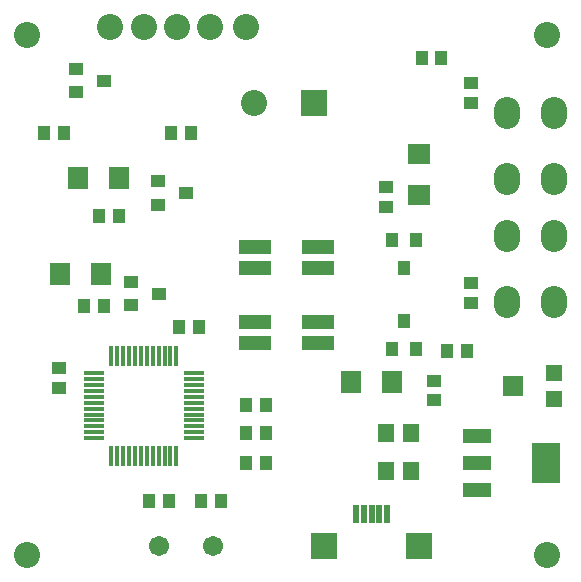
<source format=gbr>
%TF.GenerationSoftware,Altium Limited,Altium Designer,21.2.1 (34)*%
G04 Layer_Color=16711935*
%FSLAX25Y25*%
%MOIN*%
%TF.SameCoordinates,9F7D5B0E-9DD4-4BF0-BF89-A6B7BC673C6C*%
%TF.FilePolarity,Negative*%
%TF.FileFunction,Soldermask,Bot*%
%TF.Part,Single*%
G01*
G75*
%TA.AperFunction,SMDPad,CuDef*%
%ADD45R,0.04540X0.03950*%
%ADD46R,0.03950X0.04540*%
%ADD47R,0.03950X0.04737*%
%ADD48R,0.06800X0.07800*%
%ADD49R,0.07800X0.06800*%
%ADD50R,0.06506X0.01781*%
%ADD51R,0.04737X0.03950*%
%ADD52R,0.01781X0.06506*%
%ADD53R,0.05300X0.06200*%
%ADD54R,0.08674X0.08674*%
%ADD55R,0.02375X0.06312*%
%ADD56R,0.09265X0.04737*%
%ADD57R,0.09265X0.13792*%
%ADD58R,0.07099X0.07099*%
%ADD59R,0.05524X0.05524*%
%ADD60R,0.10642X0.04737*%
%TA.AperFunction,ComponentPad*%
%ADD61O,0.08674X0.10642*%
%ADD62R,0.08674X0.08674*%
%ADD63C,0.08674*%
%ADD64C,0.06706*%
%TA.AperFunction,ViaPad*%
%ADD65C,0.08674*%
D45*
X37500Y170000D02*
D03*
X28051Y173937D02*
D03*
Y166063D02*
D03*
X56000Y99000D02*
D03*
X46551Y102937D02*
D03*
Y95063D02*
D03*
X65000Y132500D02*
D03*
X55551Y136437D02*
D03*
Y128563D02*
D03*
D46*
X137437Y89949D02*
D03*
X133500Y80500D02*
D03*
X141374D02*
D03*
X137500Y107500D02*
D03*
X141437Y116949D02*
D03*
X133563D02*
D03*
D47*
X91594Y62000D02*
D03*
X85000D02*
D03*
X37500Y95000D02*
D03*
X30906D02*
D03*
X42500Y125000D02*
D03*
X24094Y152500D02*
D03*
X35906Y125000D02*
D03*
X62500Y88000D02*
D03*
X69095D02*
D03*
X59095Y30000D02*
D03*
X52500D02*
D03*
X17500Y152500D02*
D03*
X91594Y52500D02*
D03*
X85000D02*
D03*
X91594Y42500D02*
D03*
X85000D02*
D03*
X70000Y30000D02*
D03*
X76595D02*
D03*
X60000Y152500D02*
D03*
X66594D02*
D03*
X143405Y177500D02*
D03*
X150000D02*
D03*
X158595Y80000D02*
D03*
X152000D02*
D03*
D48*
X120000Y69500D02*
D03*
X133500D02*
D03*
X23000Y105500D02*
D03*
X36500D02*
D03*
X42500Y137500D02*
D03*
X29000D02*
D03*
D49*
X142500Y145500D02*
D03*
Y132000D02*
D03*
D50*
X67461Y58681D02*
D03*
X34193Y50807D02*
D03*
Y52776D02*
D03*
Y54744D02*
D03*
Y56713D02*
D03*
Y58681D02*
D03*
Y60650D02*
D03*
Y62618D02*
D03*
Y64587D02*
D03*
Y66555D02*
D03*
Y68524D02*
D03*
Y70492D02*
D03*
Y72461D02*
D03*
X67461D02*
D03*
Y70492D02*
D03*
Y68524D02*
D03*
Y66555D02*
D03*
Y64587D02*
D03*
Y62618D02*
D03*
Y60650D02*
D03*
Y56713D02*
D03*
Y54744D02*
D03*
Y52776D02*
D03*
Y50807D02*
D03*
D51*
X131500Y134595D02*
D03*
X147500Y70000D02*
D03*
Y63406D02*
D03*
X131500Y128000D02*
D03*
X22500Y74094D02*
D03*
Y67500D02*
D03*
X160000Y162500D02*
D03*
Y169095D02*
D03*
Y95906D02*
D03*
Y102500D02*
D03*
D52*
X43937Y45000D02*
D03*
X40000D02*
D03*
X41969D02*
D03*
X61654D02*
D03*
X59685D02*
D03*
X57717D02*
D03*
X55748D02*
D03*
X53780D02*
D03*
X51811D02*
D03*
X49843D02*
D03*
X47874D02*
D03*
X45906D02*
D03*
X40000Y78268D02*
D03*
X41969D02*
D03*
X43937D02*
D03*
X45906D02*
D03*
X47874D02*
D03*
X49843D02*
D03*
X51811D02*
D03*
X53780D02*
D03*
X55748D02*
D03*
X57717D02*
D03*
X59685D02*
D03*
X61654D02*
D03*
D53*
X140000Y40000D02*
D03*
X131500D02*
D03*
X140000Y52500D02*
D03*
X131500D02*
D03*
D54*
X142500Y15000D02*
D03*
X111004D02*
D03*
D55*
X131870Y25630D02*
D03*
X129311D02*
D03*
X126752D02*
D03*
X124193D02*
D03*
X121634D02*
D03*
D56*
X161969Y33445D02*
D03*
Y42500D02*
D03*
Y51555D02*
D03*
D57*
X185000Y42500D02*
D03*
D58*
X173721Y68169D02*
D03*
D59*
X187500Y63839D02*
D03*
Y72500D02*
D03*
D60*
X109000Y82500D02*
D03*
Y114500D02*
D03*
X88000Y107500D02*
D03*
Y89500D02*
D03*
X109000D02*
D03*
X88000Y82500D02*
D03*
X109000Y107500D02*
D03*
X88000Y114500D02*
D03*
D61*
X187500Y118213D02*
D03*
X171752D02*
D03*
Y96165D02*
D03*
X187500D02*
D03*
Y159213D02*
D03*
X171752D02*
D03*
Y137165D02*
D03*
X187500D02*
D03*
D62*
X107500Y162500D02*
D03*
D63*
X87500D02*
D03*
D64*
X73716Y15000D02*
D03*
X56000D02*
D03*
D65*
X11811Y185039D02*
D03*
X185039D02*
D03*
Y11811D02*
D03*
X11811D02*
D03*
X73000Y188000D02*
D03*
X85000D02*
D03*
X51000D02*
D03*
X62000D02*
D03*
X39500D02*
D03*
%TF.MD5,a3ef108c88b497efd69faa265b115c3f*%
M02*

</source>
